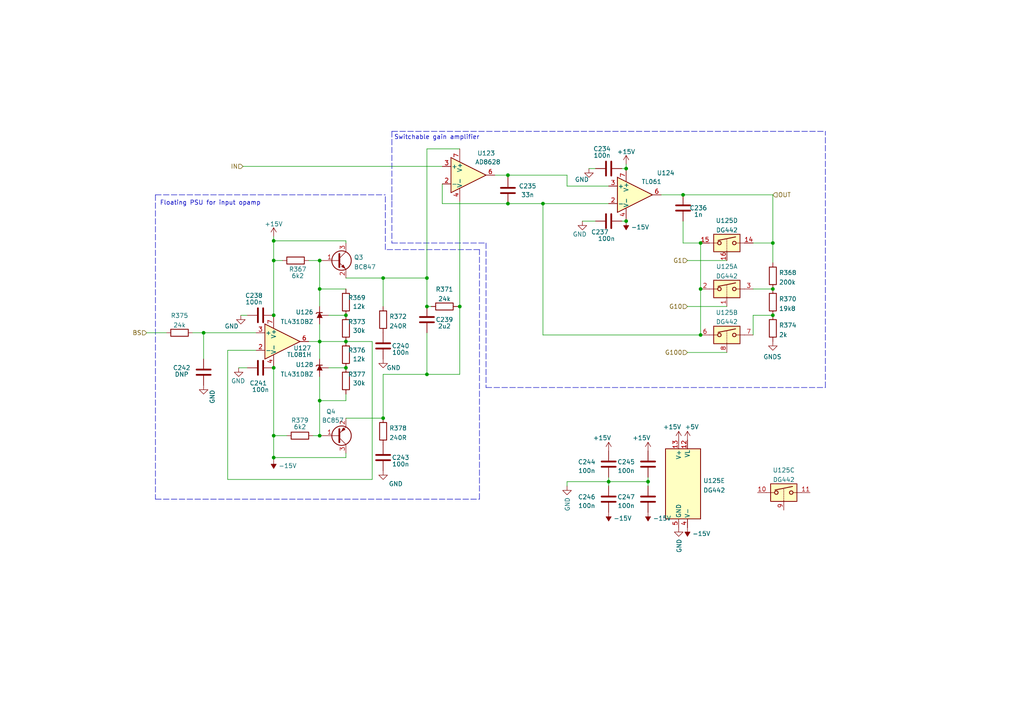
<source format=kicad_sch>
(kicad_sch (version 20211123) (generator eeschema)
  (paper "A4")
  (lib_symbols
    (symbol "Amplifier_Operational:OPA188xxD" (pin_names (offset 0.127))
      (property "Reference" "U" (at 0 6.35 0))
      (property "Value" "OPA188xxD" (at 0 3.81 0))
      (symbol "OPA188xxD_0_1"
        (polyline (pts (xy -5.08 5.08) (xy 5.08 0) (xy -5.08 -5.08) (xy -5.08 5.08)) (stroke (width 0.254)) (fill (type background)))
      )
      (symbol "OPA188xxD_1_1"
        (pin no_connect line (at -2.54 2.54 270) (length 2.54) hide (name "NC") (number "1"))
        (pin input line (at -7.62 -2.54 0) (length 2.54) (name "-") (number "2"))
        (pin input line (at -7.62 2.54 0) (length 2.54) (name "+") (number "3"))
        (pin power_in line (at -2.54 -7.62 90) (length 3.81) (name "V-") (number "4"))
        (pin no_connect line (at 0 2.54 270) (length 2.54) hide (name "NC") (number "5"))
        (pin output line (at 7.62 0 180) (length 2.54) (name "~") (number "6"))
        (pin power_in line (at -2.54 7.62 270) (length 3.81) (name "V+") (number "7"))
        (pin no_connect line (at 0 -2.54 90) (length 2.54) hide (name "NC") (number "8"))
      )
    )
    (symbol "Analog_Switch:DG412xJ" (pin_names (offset 0.254))
      (property "Reference" "U" (at -3.175 5.334 0))
      (property "Value" "DG412xJ" (at -3.175 3.556 0))
      (symbol "DG412xJ_1_1"
        (rectangle (start -3.81 2.54) (end 3.81 -2.54) (stroke (width 0.254)) (fill (type background)))
        (circle (center -2.159 0) (radius 0.508) (stroke (width 0.254)))
        (polyline (pts (xy -5.08 0) (xy -2.794 0)))
        (polyline (pts (xy -2.54 0.762) (xy 2.54 1.778)) (stroke (width 0.254)))
        (polyline (pts (xy 0 -2.54) (xy 0 -2.032)))
        (polyline (pts (xy 0 -1.778) (xy 0 -1.524)))
        (polyline (pts (xy 0 -1.27) (xy 0 -1.016)))
        (polyline (pts (xy 0 -0.762) (xy 0 -0.508)))
        (polyline (pts (xy 0 -0.254) (xy 0 0)))
        (polyline (pts (xy 0 0.254) (xy 0 0.508)))
        (polyline (pts (xy 0 0.762) (xy 0 1.016)))
        (polyline (pts (xy 5.08 0) (xy 2.794 0)))
        (circle (center 2.159 0) (radius 0.508) (stroke (width 0.254)))
        (pin input line (at 0 -5.08 90) (length 2.54) (name "~") (number "1"))
        (pin passive line (at -7.62 0 0) (length 2.54) (name "~") (number "2"))
        (pin passive line (at 7.62 0 180) (length 2.54) (name "~") (number "3"))
      )
      (symbol "DG412xJ_2_1"
        (rectangle (start -3.81 2.54) (end 3.81 -2.54) (stroke (width 0.254)) (fill (type background)))
        (circle (center -2.159 0) (radius 0.508) (stroke (width 0.254)))
        (polyline (pts (xy -5.08 0) (xy -2.794 0)))
        (polyline (pts (xy -2.54 0.762) (xy 2.54 1.778)) (stroke (width 0.254)))
        (polyline (pts (xy 0 -2.54) (xy 0 -2.032)))
        (polyline (pts (xy 0 -1.778) (xy 0 -1.524)))
        (polyline (pts (xy 0 -1.27) (xy 0 -1.016)))
        (polyline (pts (xy 0 -0.762) (xy 0 -0.508)))
        (polyline (pts (xy 0 -0.254) (xy 0 0)))
        (polyline (pts (xy 0 0.254) (xy 0 0.508)))
        (polyline (pts (xy 0 0.762) (xy 0 1.016)))
        (polyline (pts (xy 5.08 0) (xy 2.794 0)))
        (circle (center 2.159 0) (radius 0.508) (stroke (width 0.254)))
        (pin passive line (at -7.62 0 0) (length 2.54) (name "~") (number "6"))
        (pin passive line (at 7.62 0 180) (length 2.54) (name "~") (number "7"))
        (pin input line (at 0 -5.08 90) (length 2.54) (name "~") (number "8"))
      )
      (symbol "DG412xJ_3_1"
        (rectangle (start -3.81 2.54) (end 3.81 -2.54) (stroke (width 0.254)) (fill (type background)))
        (circle (center -2.159 0) (radius 0.508) (stroke (width 0.254)))
        (polyline (pts (xy -5.08 0) (xy -2.794 0)))
        (polyline (pts (xy -2.54 0.762) (xy 2.54 1.778)) (stroke (width 0.254)))
        (polyline (pts (xy 0 -2.54) (xy 0 -2.032)))
        (polyline (pts (xy 0 -1.778) (xy 0 -1.524)))
        (polyline (pts (xy 0 -1.27) (xy 0 -1.016)))
        (polyline (pts (xy 0 -0.762) (xy 0 -0.508)))
        (polyline (pts (xy 0 -0.254) (xy 0 0)))
        (polyline (pts (xy 0 0.254) (xy 0 0.508)))
        (polyline (pts (xy 0 0.762) (xy 0 1.016)))
        (polyline (pts (xy 5.08 0) (xy 2.794 0)))
        (circle (center 2.159 0) (radius 0.508) (stroke (width 0.254)))
        (pin passive line (at -7.62 0 0) (length 2.54) (name "~") (number "10"))
        (pin passive line (at 7.62 0 180) (length 2.54) (name "~") (number "11"))
        (pin input line (at 0 -5.08 90) (length 2.54) (name "~") (number "9"))
      )
      (symbol "DG412xJ_4_1"
        (rectangle (start -3.81 2.54) (end 3.81 -2.54) (stroke (width 0.254)) (fill (type background)))
        (circle (center -2.159 0) (radius 0.508) (stroke (width 0.254)))
        (polyline (pts (xy -5.08 0) (xy -2.794 0)))
        (polyline (pts (xy -2.54 0.762) (xy 2.54 1.778)) (stroke (width 0.254)))
        (polyline (pts (xy 0 -2.54) (xy 0 -2.032)))
        (polyline (pts (xy 0 -1.778) (xy 0 -1.524)))
        (polyline (pts (xy 0 -1.27) (xy 0 -1.016)))
        (polyline (pts (xy 0 -0.762) (xy 0 -0.508)))
        (polyline (pts (xy 0 -0.254) (xy 0 0)))
        (polyline (pts (xy 0 0.254) (xy 0 0.508)))
        (polyline (pts (xy 0 0.762) (xy 0 1.016)))
        (polyline (pts (xy 5.08 0) (xy 2.794 0)))
        (circle (center 2.159 0) (radius 0.508) (stroke (width 0.254)))
        (pin passive line (at 7.62 0 180) (length 2.54) (name "~") (number "14"))
        (pin passive line (at -7.62 0 0) (length 2.54) (name "~") (number "15"))
        (pin input line (at 0 -5.08 90) (length 2.54) (name "~") (number "16"))
      )
      (symbol "DG412xJ_5_0"
        (pin power_in line (at 2.54 12.7 270) (length 2.54) (name "VL") (number "12"))
        (pin power_in line (at 0 12.7 270) (length 2.54) (name "V+") (number "13"))
        (pin power_in line (at 2.54 -12.7 90) (length 2.54) (name "V-") (number "4"))
        (pin power_in line (at 0 -12.7 90) (length 2.54) (name "GND") (number "5"))
      )
      (symbol "DG412xJ_5_1"
        (rectangle (start -3.81 10.16) (end 6.35 -10.16) (stroke (width 0.254)) (fill (type background)))
      )
    )
    (symbol "Device:C" (pin_numbers hide) (pin_names (offset 0.254))
      (property "Reference" "C" (at 0.635 2.54 0))
      (property "Value" "C" (at 0.635 -2.54 0))
      (symbol "C_0_1"
        (polyline (pts (xy -2.032 -0.762) (xy 2.032 -0.762)) (stroke (width 0.508)))
        (polyline (pts (xy -2.032 0.762) (xy 2.032 0.762)) (stroke (width 0.508)))
      )
      (symbol "C_1_1"
        (pin passive line (at 0 3.81 270) (length 2.794) (name "~") (number "1"))
        (pin passive line (at 0 -3.81 90) (length 2.794) (name "~") (number "2"))
      )
    )
    (symbol "Device:R" (pin_numbers hide) (pin_names (offset 0))
      (property "Reference" "R" (at 2.032 0 90))
      (property "Value" "R" (at 0 0 90))
      (symbol "R_0_1"
        (rectangle (start -1.016 -2.54) (end 1.016 2.54) (stroke (width 0.254)))
      )
      (symbol "R_1_1"
        (pin passive line (at 0 3.81 270) (length 1.27) (name "~") (number "1"))
        (pin passive line (at 0 -3.81 90) (length 1.27) (name "~") (number "2"))
      )
    )
    (symbol "Reference_Voltage:TL431DBZ" (pin_numbers hide) (pin_names hide)
      (property "Reference" "U" (at -2.54 2.54 0))
      (property "Value" "TL431DBZ" (at 0 -2.54 0))
      (symbol "TL431DBZ_0_1"
        (polyline (pts (xy -1.27 0) (xy 0 0) (xy 1.27 0)))
        (polyline (pts (xy -0.762 0.762) (xy 0.762 0) (xy -0.762 -0.762)) (fill (type outline)))
        (polyline (pts (xy 0.508 -1.016) (xy 0.762 -0.762) (xy 0.762 0.762) (xy 0.762 0.762)) (stroke (width 0.254)))
      )
      (symbol "TL431DBZ_1_1"
        (pin passive line (at 2.54 0 180) (length 2.54) (name "K") (number "1"))
        (pin passive line (at 0 2.54 270) (length 2.54) (name "REF") (number "2"))
        (pin passive line (at -2.54 0 0) (length 2.54) (name "A") (number "3"))
      )
    )
    (symbol "Transistor_BJT:BC847" (pin_names (offset 0) hide)
      (property "Reference" "Q" (at 5.08 1.905 0))
      (property "Value" "BC847" (at 5.08 0 0))
      (symbol "BC847_0_1"
        (polyline (pts (xy 0.635 0.635) (xy 2.54 2.54)))
        (polyline (pts (xy 0.635 -0.635) (xy 2.54 -2.54) (xy 2.54 -2.54)))
        (polyline (pts (xy 0.635 1.905) (xy 0.635 -1.905) (xy 0.635 -1.905)) (stroke (width 0.508)))
        (polyline (pts (xy 1.27 -1.778) (xy 1.778 -1.27) (xy 2.286 -2.286) (xy 1.27 -1.778) (xy 1.27 -1.778)) (fill (type outline)))
        (circle (center 1.27 0) (radius 2.8194) (stroke (width 0.254)))
      )
      (symbol "BC847_1_1"
        (pin input line (at -5.08 0 0) (length 5.715) (name "B") (number "1"))
        (pin passive line (at 2.54 -5.08 90) (length 2.54) (name "E") (number "2"))
        (pin passive line (at 2.54 5.08 270) (length 2.54) (name "C") (number "3"))
      )
    )
    (symbol "Transistor_BJT:BC857" (pin_names (offset 0) hide)
      (property "Reference" "Q" (at 5.08 1.905 0))
      (property "Value" "BC857" (at 5.08 0 0))
      (symbol "BC857_0_1"
        (polyline (pts (xy 0.635 0.635) (xy 2.54 2.54)))
        (polyline (pts (xy 0.635 -0.635) (xy 2.54 -2.54) (xy 2.54 -2.54)))
        (polyline (pts (xy 0.635 1.905) (xy 0.635 -1.905) (xy 0.635 -1.905)) (stroke (width 0.508)))
        (polyline (pts (xy 2.286 -1.778) (xy 1.778 -2.286) (xy 1.27 -1.27) (xy 2.286 -1.778) (xy 2.286 -1.778)) (fill (type outline)))
        (circle (center 1.27 0) (radius 2.8194) (stroke (width 0.254)))
      )
      (symbol "BC857_1_1"
        (pin input line (at -5.08 0 0) (length 5.715) (name "B") (number "1"))
        (pin passive line (at 2.54 -5.08 90) (length 2.54) (name "E") (number "2"))
        (pin passive line (at 2.54 5.08 270) (length 2.54) (name "C") (number "3"))
      )
    )
    (symbol "power:+15V" (power) (pin_names (offset 0))
      (property "Value" "+15V" (at 0 3.556 0))
      (symbol "+15V_0_1"
        (polyline (pts (xy -0.762 1.27) (xy 0 2.54)))
        (polyline (pts (xy 0 0) (xy 0 2.54)))
        (polyline (pts (xy 0 2.54) (xy 0.762 1.27)))
      )
      (symbol "+15V_1_1"
        (pin power_in line (at 0 0 90) (length 0) hide (name "+15V") (number "1"))
      )
    )
    (symbol "power:+5V" (power) (pin_names (offset 0))
      (property "Value" "+5V" (at 0 3.556 0))
      (symbol "+5V_0_1"
        (polyline (pts (xy -0.762 1.27) (xy 0 2.54)))
        (polyline (pts (xy 0 0) (xy 0 2.54)))
        (polyline (pts (xy 0 2.54) (xy 0.762 1.27)))
      )
      (symbol "+5V_1_1"
        (pin power_in line (at 0 0 90) (length 0) hide (name "+5V") (number "1"))
      )
    )
    (symbol "power:-15V" (power) (pin_names (offset 0))
      (property "Value" "-15V" (at 0 3.81 0))
      (symbol "-15V_0_0"
        (pin power_in line (at 0 0 90) (length 0) hide (name "-15V") (number "1"))
      )
      (symbol "-15V_0_1"
        (polyline (pts (xy 0 0) (xy 0 1.27) (xy 0.762 1.27) (xy 0 2.54) (xy -0.762 1.27) (xy 0 1.27)) (fill (type outline)))
      )
    )
    (symbol "power:GND" (power) (pin_names (offset 0))
      (property "Value" "GND" (at 0 -3.81 0))
      (symbol "GND_0_1"
        (polyline (pts (xy 0 0) (xy 0 -1.27) (xy 1.27 -1.27) (xy 0 -2.54) (xy -1.27 -1.27) (xy 0 -1.27)))
      )
      (symbol "GND_1_1"
        (pin power_in line (at 0 0 270) (length 0) hide (name "GND") (number "1"))
      )
    )
    (symbol "power:GNDS" (power) (pin_names (offset 0))
      (property "Value" "GNDS" (at 0 -3.81 0))
      (symbol "GNDS_0_1"
        (polyline (pts (xy 0 0) (xy 0 -1.27) (xy 1.27 -1.27) (xy 0 -2.54) (xy -1.27 -1.27) (xy 0 -1.27)))
      )
      (symbol "GNDS_1_1"
        (pin power_in line (at 0 0 270) (length 0) hide (name "GNDS") (number "1"))
      )
    )
  )
  (junction (at 203.2 83.82))
  (junction (at 92.71 99.06))
  (junction (at 133.35 88.9))
  (junction (at 224.155 91.44))
  (junction (at 59.055 96.52))
  (junction (at 147.32 50.8))
  (junction (at 181.61 48.895))
  (junction (at 203.2 70.485))
  (junction (at 181.61 64.135))
  (junction (at 111.125 80.645))
  (junction (at 198.12 56.515))
  (junction (at 123.825 80.645))
  (junction (at 187.96 139.7))
  (junction (at 111.125 121.285))
  (junction (at 79.375 69.85))
  (junction (at 224.155 83.82))
  (junction (at 92.71 83.82))
  (junction (at 92.71 116.205))
  (junction (at 100.33 99.06))
  (junction (at 79.375 75.565))
  (junction (at 147.32 59.055))
  (junction (at 92.71 75.565))
  (junction (at 157.48 59.055))
  (junction (at 176.53 139.7))
  (junction (at 79.375 106.68))
  (junction (at 79.375 132.715))
  (junction (at 100.33 106.68))
  (junction (at 79.375 91.44))
  (junction (at 79.375 126.365))
  (junction (at 224.155 70.485))
  (junction (at 203.2 97.155))
  (junction (at 123.825 88.9))
  (junction (at 100.33 91.44))
  (junction (at 92.71 126.365))
  (junction (at 123.825 108.585))
  (wire (pts (xy 187.96 139.7) (xy 187.96 140.97)))
  (wire (pts (xy 79.375 126.365) (xy 83.185 126.365)))
  (wire (pts (xy 89.535 99.06) (xy 92.71 99.06)))
  (wire (pts (xy 79.375 69.85) (xy 79.375 75.565)))
  (wire (pts (xy 147.32 50.8) (xy 147.32 51.435)))
  (wire (pts (xy 79.375 75.565) (xy 81.915 75.565)))
  (wire (pts (xy 170.815 48.895) (xy 172.72 48.895)))
  (polyline (pts (xy 45.085 56.515) (xy 111.76 56.515)))
  (wire (pts (xy 92.71 99.06) (xy 92.71 104.14)))
  (polyline (pts (xy 113.665 70.485) (xy 140.97 70.485)))
  (wire (pts (xy 111.125 121.285) (xy 111.125 108.585)))
  (wire (pts (xy 92.71 75.565) (xy 92.71 83.82)))
  (wire (pts (xy 79.375 91.44) (xy 79.375 75.565)))
  (wire (pts (xy 203.2 70.485) (xy 203.2 83.82)))
  (polyline (pts (xy 113.665 38.1) (xy 239.395 38.1)))
  (wire (pts (xy 69.85 91.44) (xy 71.755 91.44)))
  (wire (pts (xy 191.77 56.515) (xy 198.12 56.515)))
  (wire (pts (xy 100.33 80.645) (xy 111.125 80.645)))
  (wire (pts (xy 55.88 96.52) (xy 59.055 96.52)))
  (wire (pts (xy 100.33 132.715) (xy 100.33 131.445)))
  (wire (pts (xy 224.155 70.485) (xy 224.155 76.2)))
  (wire (pts (xy 198.12 64.135) (xy 198.12 70.485)))
  (wire (pts (xy 198.12 56.515) (xy 224.155 56.515)))
  (wire (pts (xy 100.33 114.3) (xy 100.33 116.205)))
  (wire (pts (xy 199.39 75.565) (xy 210.82 75.565)))
  (wire (pts (xy 199.39 102.235) (xy 210.82 102.235)))
  (wire (pts (xy 100.33 116.205) (xy 92.71 116.205)))
  (wire (pts (xy 90.805 126.365) (xy 92.71 126.365)))
  (wire (pts (xy 42.545 96.52) (xy 48.26 96.52)))
  (wire (pts (xy 218.44 70.485) (xy 224.155 70.485)))
  (polyline (pts (xy 139.065 144.78) (xy 139.065 72.39)))
  (wire (pts (xy 176.53 138.43) (xy 176.53 139.7)))
  (wire (pts (xy 157.48 59.055) (xy 176.53 59.055)))
  (polyline (pts (xy 45.085 56.515) (xy 45.085 144.78)))
  (wire (pts (xy 133.35 43.18) (xy 123.825 43.18)))
  (wire (pts (xy 89.535 75.565) (xy 92.71 75.565)))
  (wire (pts (xy 128.27 59.055) (xy 147.32 59.055)))
  (wire (pts (xy 176.53 139.7) (xy 164.465 139.7)))
  (wire (pts (xy 203.2 83.82) (xy 203.2 97.155)))
  (wire (pts (xy 123.825 108.585) (xy 133.35 108.585)))
  (wire (pts (xy 111.125 108.585) (xy 123.825 108.585)))
  (polyline (pts (xy 113.665 38.1) (xy 113.665 58.42)))
  (wire (pts (xy 224.155 56.515) (xy 224.155 70.485)))
  (wire (pts (xy 176.53 139.7) (xy 187.96 139.7)))
  (polyline (pts (xy 45.085 144.78) (xy 139.065 144.78)))
  (wire (pts (xy 107.95 139.065) (xy 107.95 99.06)))
  (wire (pts (xy 79.375 106.68) (xy 79.375 126.365)))
  (wire (pts (xy 133.35 88.9) (xy 133.35 108.585)))
  (wire (pts (xy 79.375 132.715) (xy 100.33 132.715)))
  (wire (pts (xy 95.25 106.68) (xy 100.33 106.68)))
  (wire (pts (xy 66.04 101.6) (xy 66.04 139.065)))
  (polyline (pts (xy 140.97 112.395) (xy 239.395 112.395)))
  (wire (pts (xy 111.125 80.645) (xy 111.125 88.9)))
  (wire (pts (xy 79.375 126.365) (xy 79.375 132.715)))
  (polyline (pts (xy 140.97 70.485) (xy 140.97 112.395)))
  (wire (pts (xy 92.71 116.205) (xy 92.71 126.365)))
  (wire (pts (xy 100.33 99.06) (xy 92.71 99.06)))
  (wire (pts (xy 181.61 48.895) (xy 180.34 48.895)))
  (wire (pts (xy 92.71 83.82) (xy 100.33 83.82)))
  (polyline (pts (xy 113.665 58.42) (xy 113.665 70.485)))
  (wire (pts (xy 123.825 96.52) (xy 123.825 108.585)))
  (wire (pts (xy 176.53 139.7) (xy 176.53 140.97)))
  (wire (pts (xy 74.295 101.6) (xy 66.04 101.6)))
  (wire (pts (xy 92.71 83.82) (xy 92.71 88.9)))
  (wire (pts (xy 100.33 69.85) (xy 100.33 70.485)))
  (wire (pts (xy 92.71 109.22) (xy 92.71 116.205)))
  (wire (pts (xy 147.32 59.055) (xy 157.48 59.055)))
  (wire (pts (xy 123.825 88.9) (xy 125.095 88.9)))
  (wire (pts (xy 187.96 138.43) (xy 187.96 139.7)))
  (wire (pts (xy 164.465 139.7) (xy 164.465 140.97)))
  (wire (pts (xy 79.375 132.715) (xy 79.375 133.35)))
  (wire (pts (xy 198.12 70.485) (xy 203.2 70.485)))
  (polyline (pts (xy 113.665 58.42) (xy 113.665 58.42)))
  (wire (pts (xy 218.44 91.44) (xy 224.155 91.44)))
  (wire (pts (xy 128.27 53.34) (xy 128.27 59.055)))
  (wire (pts (xy 123.825 43.18) (xy 123.825 80.645)))
  (polyline (pts (xy 239.395 112.395) (xy 239.395 38.1)))
  (wire (pts (xy 66.04 139.065) (xy 107.95 139.065)))
  (polyline (pts (xy 139.065 72.39) (xy 111.76 72.39)))
  (wire (pts (xy 157.48 97.155) (xy 203.2 97.155)))
  (wire (pts (xy 199.39 88.9) (xy 210.82 88.9)))
  (wire (pts (xy 218.44 83.82) (xy 224.155 83.82)))
  (wire (pts (xy 95.25 91.44) (xy 100.33 91.44)))
  (wire (pts (xy 69.215 106.68) (xy 71.755 106.68)))
  (wire (pts (xy 123.825 80.645) (xy 111.125 80.645)))
  (wire (pts (xy 59.055 96.52) (xy 59.055 104.14)))
  (wire (pts (xy 164.465 53.975) (xy 176.53 53.975)))
  (wire (pts (xy 132.715 88.9) (xy 133.35 88.9)))
  (wire (pts (xy 157.48 59.055) (xy 157.48 97.155)))
  (wire (pts (xy 147.32 50.8) (xy 164.465 50.8)))
  (wire (pts (xy 79.375 69.85) (xy 100.33 69.85)))
  (wire (pts (xy 123.825 80.645) (xy 123.825 88.9)))
  (wire (pts (xy 59.055 96.52) (xy 74.295 96.52)))
  (wire (pts (xy 133.35 58.42) (xy 133.35 88.9)))
  (wire (pts (xy 70.485 48.26) (xy 128.27 48.26)))
  (wire (pts (xy 218.44 91.44) (xy 218.44 97.155)))
  (wire (pts (xy 100.33 121.285) (xy 111.125 121.285)))
  (wire (pts (xy 181.61 64.135) (xy 180.34 64.135)))
  (wire (pts (xy 168.91 64.135) (xy 172.72 64.135)))
  (wire (pts (xy 181.61 48.895) (xy 181.61 47.625)))
  (wire (pts (xy 164.465 50.8) (xy 164.465 53.975)))
  (wire (pts (xy 107.95 99.06) (xy 100.33 99.06)))
  (wire (pts (xy 79.375 68.58) (xy 79.375 69.85)))
  (wire (pts (xy 143.51 50.8) (xy 147.32 50.8)))
  (wire (pts (xy 92.71 99.06) (xy 92.71 93.98)))
  (polyline (pts (xy 111.76 72.39) (xy 111.76 56.515)))
  (text "Floating PSU for input opamp" (at 46.355 59.69 0) (effects (font (size 1.27 1.27)) (justify left bottom)))
  (text "Switchable gain amplifier" (at 114.3 40.64 0) (effects (font (size 1.27 1.27)) (justify left bottom)))
  (hierarchical_label "G10" (shape input) (at 199.39 88.9 180))
  (hierarchical_label "OUT" (shape input) (at 224.155 56.515 0))
  (hierarchical_label "BS" (shape input) (at 42.545 96.52 180))
  (hierarchical_label "G1" (shape input) (at 199.39 75.565 180))
  (hierarchical_label "G100" (shape input) (at 199.39 102.235 180))
  (hierarchical_label "IN" (shape input) (at 70.485 48.26 180))
  (symbol (lib_id "Device:R") (at 224.155 87.63 0) (unit 1)
    (property "Reference" "R370" (at 225.933 86.7215 0) (effects (justify left)))
    (property "Value" "19k8" (at 225.933 89.4966 0) (effects (justify left)))
    (property "Footprint" "Resistor_SMD:R_MiniMELF_MMA-0204" (effects hide))
    (property "PN" "MMA02040E2002BB100" (effects hide))
    (property "supplier" "MOUSER" (effects hide))
  )
  (symbol (lib_id "Device:R") (at 100.33 110.49 180) (unit 1)
    (property "Reference" "R377" (at 103.505 108.585 0))
    (property "Value" "30k" (at 104.14 111.125 0))
    (property "Footprint" "Resistor_SMD:R_0805_2012Metric" (effects hide))
    (property "PN" "CRCW080530K0" (effects hide))
    (property "supplier" "TME" (effects hide))
  )
  (symbol (lib_id "Transistor_BJT:BC857") (at 97.79 126.365 0) (mirror x) (unit 1)
    (property "Reference" "Q4" (at 94.615 119.38 0) (effects (justify left)))
    (property "Value" "BC857" (at 93.345 121.92 0) (effects (justify left)))
    (property "Footprint" "Package_TO_SOT_SMD:SOT-23" (effects hide))
    (property "Datasheet" "https://www.onsemi.com/pub/Collateral/BC860-D.pdf" (effects hide))
    (property "PN" "BC857.215" (effects hide))
    (property "supplier" "TME" (effects hide))
  )
  (symbol (lib_id "Device:R") (at 100.33 95.25 180) (unit 1)
    (property "Reference" "R373" (at 103.505 93.345 0))
    (property "Value" "30k" (at 104.14 95.885 0))
    (property "Footprint" "Resistor_SMD:R_0805_2012Metric" (effects hide))
    (property "PN" "CRCW080530K0" (effects hide))
    (property "supplier" "TME" (effects hide))
  )
  (symbol (lib_id "Device:C") (at 75.565 91.44 270) (unit 1)
    (property "Reference" "C238" (at 73.66 85.725 90))
    (property "Value" "100n" (at 73.66 87.63 90))
    (property "Footprint" "Capacitor_SMD:C_0805_2012Metric_Pad1.18x1.45mm_HandSolder" (effects hide))
    (property "PN" "CL21B104KBCNNNC" (effects hide))
    (property "supplier" "TME" (effects hide))
  )
  (symbol (lib_id "power:GND") (at 111.125 104.14 0) (unit 1)
    (property "Reference" "#PWR0579" (effects hide))
    (property "Value" "GND" (at 116.205 106.68 0) (effects (justify right)))
  )
  (symbol (lib_id "power:+15V") (at 196.85 127.635 0) (unit 1)
    (property "Reference" "#PWR0582" (effects hide))
    (property "Value" "+15V" (at 194.945 123.825 0))
  )
  (symbol (lib_id "power:GND") (at 59.055 111.76 0) (unit 1)
    (property "Reference" "#PWR0581" (effects hide))
    (property "Value" "GND" (at 61.595 113.03 90) (effects (justify right)))
  )
  (symbol (lib_id "power:+15V") (at 187.96 130.81 0) (unit 1)
    (property "Reference" "#PWR0586" (effects hide))
    (property "Value" "+15V" (at 186.055 127 0))
  )
  (symbol (lib_id "power:GNDS") (at 224.155 99.06 0) (unit 1)
    (property "Reference" "#PWR0578" (effects hide))
    (property "Value" "GNDS" (at 226.695 103.505 0) (effects (justify right)))
  )
  (symbol (lib_id "Device:R") (at 86.995 126.365 90) (unit 1)
    (property "Reference" "R379" (at 86.995 121.92 90))
    (property "Value" "6k2" (at 86.995 123.825 90))
    (property "Footprint" "Resistor_SMD:R_0805_2012Metric" (effects hide))
    (property "PN" "CRCW08056K20" (effects hide))
    (property "supplier" "TME" (effects hide))
  )
  (symbol (lib_id "Amplifier_Operational:OPA188xxD") (at 135.89 50.8 0) (unit 1)
    (property "Reference" "U123" (at 138.43 44.45 0) (effects (justify left)))
    (property "Value" "AD8628" (at 137.795 46.99 0) (effects (justify left)))
    (property "Footprint" "Package_SO:SOIC-8_3.9x4.9mm_P1.27mm" (effects hide))
    (property "Datasheet" "http://www.ti.com/lit/ds/symlink/opa188.pdf" (effects hide))
    (property "PN" "AD8628ARZ" (effects hide))
    (property "supplier" "MOUSER" (effects hide))
  )
  (symbol (lib_id "Reference_Voltage:TL431DBZ") (at 92.71 106.68 270) (mirror x) (unit 1)
    (property "Reference" "U128" (at 90.932 105.7715 90) (effects (justify right)))
    (property "Value" "TL431DBZ" (at 90.932 108.5466 90) (effects (justify right)))
    (property "Footprint" "Package_TO_SOT_SMD:SOT-23" (effects hide))
    (property "Datasheet" "http://www.ti.com/lit/ds/symlink/tl431.pdf" (effects hide))
    (property "PN" "TL431ACDBZR" (effects hide))
    (property "supplier" "TME" (effects hide))
  )
  (symbol (lib_id "Device:C") (at 111.125 100.33 0) (unit 1)
    (property "Reference" "C240" (at 116.205 100.33 0))
    (property "Value" "100n" (at 116.205 102.235 0))
    (property "Footprint" "Capacitor_SMD:C_0805_2012Metric_Pad1.18x1.45mm_HandSolder" (effects hide))
    (property "PN" "CL21B104KBCNNNC" (effects hide))
    (property "supplier" "TME" (effects hide))
  )
  (symbol (lib_id "Analog_Switch:DG412xJ") (at 210.82 97.155 0) (unit 2)
    (property "Reference" "U125" (at 210.82 90.6485 0))
    (property "Value" "DG442" (at 210.82 93.345 0))
    (property "Footprint" "Package_SO:SOIC-16_3.9x9.9mm_P1.27mm" (effects hide))
    (property "Datasheet" "https://datasheets.maximintegrated.com/en/ds/DG411-DG413.pdf" (effects hide))
    (property "PN" "DG442DYZ" (effects hide))
    (property "supplier" "MOUSER" (effects hide))
  )
  (symbol (lib_id "Amplifier_Operational:OPA188xxD") (at 184.15 56.515 0) (unit 1)
    (property "Reference" "U124" (at 190.5 50.165 0) (effects (justify left)))
    (property "Value" "TL061" (at 186.055 52.705 0) (effects (justify left)))
    (property "Footprint" "Package_SO:SOIC-8_3.9x4.9mm_P1.27mm" (effects hide))
    (property "Datasheet" "http://www.ti.com/lit/ds/symlink/opa188.pdf" (effects hide))
    (property "PN" "TL061ID" (effects hide))
    (property "supplier" "TME" (effects hide))
  )
  (symbol (lib_id "power:GND") (at 69.85 91.44 0) (unit 1)
    (property "Reference" "#PWR0577" (effects hide))
    (property "Value" "GND" (at 69.215 94.615 0) (effects (justify right)))
  )
  (symbol (lib_id "Device:C") (at 75.565 106.68 270) (unit 1)
    (property "Reference" "C241" (at 74.93 111.125 90))
    (property "Value" "100n" (at 75.565 113.03 90))
    (property "Footprint" "Capacitor_SMD:C_0805_2012Metric_Pad1.18x1.45mm_HandSolder" (effects hide))
    (property "PN" "CL21B104KBCNNNC" (effects hide))
    (property "supplier" "TME" (effects hide))
  )
  (symbol (lib_id "Device:C") (at 147.32 55.245 0) (unit 1)
    (property "Reference" "C235" (at 153.035 53.975 0))
    (property "Value" "33n" (at 153.035 56.515 0))
    (property "Footprint" "Capacitor_SMD:C_0805_2012Metric_Pad1.18x1.45mm_HandSolder" (effects hide))
    (property "PN" "VJ0805Y333KXACW1BC" (effects hide))
    (property "supplier" "TME" (effects hide))
  )
  (symbol (lib_id "power:+15V") (at 181.61 47.625 0) (unit 1)
    (property "Reference" "#PWR0572" (effects hide))
    (property "Value" "+15V" (at 181.61 44.0205 0))
  )
  (symbol (lib_id "Device:C") (at 111.125 132.715 0) (unit 1)
    (property "Reference" "C243" (at 116.205 132.715 0))
    (property "Value" "100n" (at 116.205 134.62 0))
    (property "Footprint" "Capacitor_SMD:C_0805_2012Metric_Pad1.18x1.45mm_HandSolder" (effects hide))
    (property "PN" "CL21B104KBCNNNC" (effects hide))
    (property "supplier" "TME" (effects hide))
  )
  (symbol (lib_id "power:GND") (at 111.125 136.525 0) (unit 1)
    (property "Reference" "#PWR0587" (effects hide))
    (property "Value" "GND" (at 116.84 140.335 0) (effects (justify right)))
  )
  (symbol (lib_id "Reference_Voltage:TL431DBZ") (at 92.71 91.44 270) (mirror x) (unit 1)
    (property "Reference" "U126" (at 90.932 90.5315 90) (effects (justify right)))
    (property "Value" "TL431DBZ" (at 90.932 93.3066 90) (effects (justify right)))
    (property "Footprint" "Package_TO_SOT_SMD:SOT-23" (effects hide))
    (property "Datasheet" "http://www.ti.com/lit/ds/symlink/tl431.pdf" (effects hide))
    (property "PN" "TL431ACDBZR" (effects hide))
    (property "supplier" "TME" (effects hide))
  )
  (symbol (lib_id "power:+5V") (at 199.39 127.635 0) (unit 1)
    (property "Reference" "#PWR0583" (effects hide))
    (property "Value" "+5V" (at 200.66 123.825 0))
  )
  (symbol (lib_id "Device:C") (at 123.825 92.71 0) (unit 1)
    (property "Reference" "C239" (at 128.905 92.71 0))
    (property "Value" "2u2" (at 128.905 94.615 0))
    (property "Footprint" "Capacitor_SMD:C_0805_2012Metric_Pad1.18x1.45mm_HandSolder" (effects hide))
    (property "PN" "CL21B225KPFNNNE" (effects hide))
    (property "supplier" "TME" (effects hide))
  )
  (symbol (lib_id "Device:C") (at 187.96 144.78 0) (unit 1)
    (property "Reference" "C247" (at 181.61 144.145 0))
    (property "Value" "100n" (at 181.61 146.685 0))
    (property "Footprint" "Capacitor_SMD:C_0805_2012Metric_Pad1.18x1.45mm_HandSolder" (effects hide))
    (property "PN" "CL21B104KBCNNNC" (effects hide))
    (property "supplier" "TME" (effects hide))
  )
  (symbol (lib_id "Device:R") (at 85.725 75.565 90) (unit 1)
    (property "Reference" "R367" (at 86.36 78.105 90))
    (property "Value" "6k2" (at 86.36 80.01 90))
    (property "Footprint" "Resistor_SMD:R_0805_2012Metric" (effects hide))
    (property "PN" "CRCW08056K20" (effects hide))
    (property "supplier" "TME" (effects hide))
  )
  (symbol (lib_id "Device:C") (at 176.53 64.135 270) (unit 1)
    (property "Reference" "C237" (at 173.99 67.31 90))
    (property "Value" "100n" (at 175.895 69.215 90))
    (property "Footprint" "Capacitor_SMD:C_0805_2012Metric_Pad1.18x1.45mm_HandSolder" (effects hide))
    (property "PN" "CL21B104KBCNNNC" (effects hide))
    (property "supplier" "TME" (effects hide))
  )
  (symbol (lib_id "Device:R") (at 52.07 96.52 90) (unit 1)
    (property "Reference" "R375" (at 52.07 91.5375 90))
    (property "Value" "24k" (at 52.07 94.3126 90))
    (property "Footprint" "Resistor_SMD:R_0805_2012Metric" (effects hide))
    (property "PN" "CRCW080524K0" (effects hide))
    (property "supplier" "TME" (effects hide))
  )
  (symbol (lib_id "Transistor_BJT:BC847") (at 97.79 75.565 0) (unit 1)
    (property "Reference" "Q3" (at 102.6414 74.6565 0) (effects (justify left)))
    (property "Value" "BC847" (at 102.6414 77.4316 0) (effects (justify left)))
    (property "Footprint" "Package_TO_SOT_SMD:SOT-23" (effects hide))
    (property "Datasheet" "http://www.infineon.com/dgdl/Infineon-BC847SERIES_BC848SERIES_BC849SERIES_BC850SERIES-DS-v01_01-en.pdf?fileId=db3a304314dca389011541d4630a1657" (effects hide))
    (property "PN" "BC847.215" (effects hide))
    (property "supplier" "TME" (effects hide))
  )
  (symbol (lib_id "Device:R") (at 111.125 125.095 0) (unit 1)
    (property "Reference" "R378" (at 112.903 124.1865 0) (effects (justify left)))
    (property "Value" "240R" (at 112.903 126.9616 0) (effects (justify left)))
    (property "Footprint" "Resistor_SMD:R_0805_2012Metric" (effects hide))
    (property "PN" "CRCW0805240R" (effects hide))
    (property "supplier" "TME" (effects hide))
  )
  (symbol (lib_id "Device:R") (at 224.155 80.01 0) (unit 1)
    (property "Reference" "R368" (at 225.933 79.1015 0) (effects (justify left)))
    (property "Value" "200k" (at 225.933 81.8766 0) (effects (justify left)))
    (property "Footprint" "Resistor_SMD:R_MiniMELF_MMA-0204" (effects hide))
    (property "PN" "MMA02040E2003BB300 " (effects hide))
    (property "supplier" "MOUSER" (effects hide))
  )
  (symbol (lib_id "Device:R") (at 100.33 102.87 180) (unit 1)
    (property "Reference" "R376" (at 103.505 101.6 0))
    (property "Value" "12k" (at 104.14 104.14 0))
    (property "Footprint" "Resistor_SMD:R_0805_2012Metric" (effects hide))
    (property "PN" "CRCW080512K0" (effects hide))
    (property "supplier" "TME" (effects hide))
  )
  (symbol (lib_id "Analog_Switch:DG412xJ") (at 227.33 142.875 0) (unit 3)
    (property "Reference" "U125" (at 227.33 136.3685 0))
    (property "Value" "DG442" (at 227.33 139.1436 0))
    (property "Footprint" "Package_SO:SOIC-16_3.9x9.9mm_P1.27mm" (effects hide))
    (property "Datasheet" "https://datasheets.maximintegrated.com/en/ds/DG411-DG413.pdf" (effects hide))
    (property "PN" "DG442DYZ" (effects hide))
    (property "supplier" "MOUSER" (effects hide))
  )
  (symbol (lib_id "Device:R") (at 128.905 88.9 90) (unit 1)
    (property "Reference" "R371" (at 128.905 83.9175 90))
    (property "Value" "24k" (at 128.905 86.6926 90))
    (property "Footprint" "Resistor_SMD:R_0805_2012Metric" (effects hide))
    (property "PN" "CRCW080524K0" (effects hide))
    (property "supplier" "TME" (effects hide))
  )
  (symbol (lib_id "Device:C") (at 176.53 144.78 0) (unit 1)
    (property "Reference" "C246" (at 170.18 144.145 0))
    (property "Value" "100n" (at 170.18 146.685 0))
    (property "Footprint" "Capacitor_SMD:C_0805_2012Metric_Pad1.18x1.45mm_HandSolder" (effects hide))
    (property "PN" "CL21B104KBCNNNC" (effects hide))
    (property "supplier" "TME" (effects hide))
  )
  (symbol (lib_id "power:-15V") (at 176.53 148.59 180) (unit 1)
    (property "Reference" "#PWR0589" (effects hide))
    (property "Value" "-15V" (at 177.927 150.339 0) (effects (justify right)))
  )
  (symbol (lib_id "Device:R") (at 100.33 87.63 180) (unit 1)
    (property "Reference" "R369" (at 103.505 86.36 0))
    (property "Value" "12k" (at 104.14 88.9 0))
    (property "Footprint" "Resistor_SMD:R_0805_2012Metric" (effects hide))
    (property "PN" "CRCW080512K0" (effects hide))
    (property "supplier" "TME" (effects hide))
  )
  (symbol (lib_id "Device:C") (at 59.055 107.95 0) (unit 1)
    (property "Reference" "C242" (at 52.705 106.68 0))
    (property "Value" "DNP" (at 52.705 108.585 0))
    (property "Footprint" "Capacitor_THT:C_Rect_L7.0mm_W3.5mm_P5.00mm" (effects hide))
    (property "comment" "DNP" (effects hide))
  )
  (symbol (lib_id "power:-15V") (at 199.39 153.035 180) (unit 1)
    (property "Reference" "#PWR0592" (effects hide))
    (property "Value" "-15V" (at 200.787 154.784 0) (effects (justify right)))
  )
  (symbol (lib_id "Analog_Switch:DG412xJ") (at 210.82 83.82 0) (unit 1)
    (property "Reference" "U125" (at 210.82 77.3135 0))
    (property "Value" "DG442" (at 210.82 80.0886 0))
    (property "Footprint" "Package_SO:SOIC-16_3.9x9.9mm_P1.27mm" (effects hide))
    (property "Datasheet" "https://datasheets.maximintegrated.com/en/ds/DG411-DG413.pdf" (effects hide))
    (property "PN" "DG442DYZ" (effects hide))
    (property "supplier" "MOUSER" (effects hide))
  )
  (symbol (lib_id "Device:C") (at 187.96 134.62 0) (unit 1)
    (property "Reference" "C245" (at 181.61 133.985 0))
    (property "Value" "100n" (at 181.61 136.525 0))
    (property "Footprint" "Capacitor_SMD:C_0805_2012Metric_Pad1.18x1.45mm_HandSolder" (effects hide))
    (property "PN" "CL21B104KBCNNNC" (effects hide))
    (property "supplier" "TME" (effects hide))
  )
  (symbol (lib_id "Device:C") (at 176.53 48.895 270) (unit 1)
    (property "Reference" "C234" (at 174.625 43.18 90))
    (property "Value" "100n" (at 174.625 45.085 90))
    (property "Footprint" "Capacitor_SMD:C_0805_2012Metric_Pad1.18x1.45mm_HandSolder" (effects hide))
    (property "PN" "CL21B104KBCNNNC" (effects hide))
    (property "supplier" "TME" (effects hide))
  )
  (symbol (lib_id "Analog_Switch:DG412xJ") (at 196.85 140.335 0) (unit 5)
    (property "Reference" "U125" (at 203.962 139.4265 0) (effects (justify left)))
    (property "Value" "DG442" (at 203.962 142.2016 0) (effects (justify left)))
    (property "Footprint" "Package_SO:SOIC-16_3.9x9.9mm_P1.27mm" (effects hide))
    (property "Datasheet" "https://datasheets.maximintegrated.com/en/ds/DG411-DG413.pdf" (effects hide))
    (property "PN" "DG442DYZ" (effects hide))
    (property "supplier" "MOUSER" (effects hide))
  )
  (symbol (lib_id "Amplifier_Operational:OPA188xxD") (at 81.915 99.06 0) (unit 1)
    (property "Reference" "U127" (at 85.09 100.965 0) (effects (justify left)))
    (property "Value" "TL081H" (at 83.185 102.87 0) (effects (justify left)))
    (property "Footprint" "Package_SO:SOIC-8_3.9x4.9mm_P1.27mm" (effects hide))
    (property "Datasheet" "http://www.ti.com/lit/ds/symlink/opa188.pdf" (effects hide))
    (property "PN" "TL081HIDR" (effects hide))
    (property "supplier" "MOUSER" (effects hide))
  )
  (symbol (lib_id "power:GND") (at 196.85 153.035 0) (unit 1)
    (property "Reference" "#PWR0591" (effects hide))
    (property "Value" "GND" (at 196.977 156.2862 90) (effects (justify right)))
  )
  (symbol (lib_id "power:GND") (at 164.465 140.97 0) (unit 1)
    (property "Reference" "#PWR0588" (effects hide))
    (property "Value" "GND" (at 164.592 144.2212 90) (effects (justify right)))
  )
  (symbol (lib_id "power:GND") (at 170.815 48.895 0) (unit 1)
    (property "Reference" "#PWR0573" (effects hide))
    (property "Value" "GND" (at 170.815 52.07 0) (effects (justify right)))
  )
  (symbol (lib_id "power:+15V") (at 176.53 130.81 0) (unit 1)
    (property "Reference" "#PWR0585" (effects hide))
    (property "Value" "+15V" (at 174.625 127 0))
  )
  (symbol (lib_id "power:GND") (at 69.215 106.68 0) (unit 1)
    (property "Reference" "#PWR0580" (effects hide))
    (property "Value" "GND" (at 71.12 110.49 0) (effects (justify right)))
  )
  (symbol (lib_id "power:GND") (at 168.91 64.135 0) (unit 1)
    (property "Reference" "#PWR0574" (effects hide))
    (property "Value" "GND" (at 170.18 67.945 0) (effects (justify right)))
  )
  (symbol (lib_id "power:-15V") (at 181.61 64.135 180) (unit 1)
    (property "Reference" "#PWR0575" (effects hide))
    (property "Value" "-15V" (at 183.007 65.884 0) (effects (justify right)))
  )
  (symbol (lib_id "Device:R") (at 111.125 92.71 0) (unit 1)
    (property "Reference" "R372" (at 112.903 91.8015 0) (effects (justify left)))
    (property "Value" "240R" (at 112.903 94.5766 0) (effects (justify left)))
    (property "Footprint" "Resistor_SMD:R_0805_2012Metric" (effects hide))
    (property "PN" "CRCW0805240R" (effects hide))
    (property "supplier" "TME" (effects hide))
  )
  (symbol (lib_id "power:-15V") (at 79.375 133.35 180) (unit 1)
    (property "Reference" "#PWR0584" (effects hide))
    (property "Value" "-15V" (at 80.772 135.099 0) (effects (justify right)))
  )
  (symbol (lib_id "Device:R") (at 224.155 95.25 0) (unit 1)
    (property "Reference" "R374" (at 225.933 94.3415 0) (effects (justify left)))
    (property "Value" "2k" (at 225.933 97.1166 0) (effects (justify left)))
    (property "Footprint" "Resistor_SMD:R_MiniMELF_MMA-0204" (effects hide))
    (property "PN" "MMA02040E2001BB100" (effects hide))
    (property "supplier" "MOUSER" (effects hide))
  )
  (symbol (lib_id "Device:C") (at 198.12 60.325 0) (unit 1)
    (property "Reference" "C236" (at 202.565 60.325 0))
    (property "Value" "1n" (at 202.565 62.23 0))
    (property "Footprint" "Capacitor_SMD:C_0805_2012Metric_Pad1.18x1.45mm_HandSolder" (effects hide))
    (property "PN" "VJ0805A102JXACW1BC" (effects hide))
    (property "supplier" "TME" (effects hide))
  )
  (symbol (lib_id "Device:C") (at 176.53 134.62 0) (unit 1)
    (property "Reference" "C244" (at 170.18 133.985 0))
    (property "Value" "100n" (at 170.18 136.525 0))
    (property "Footprint" "Capacitor_SMD:C_0805_2012Metric_Pad1.18x1.45mm_HandSolder" (effects hide))
    (property "PN" "CL21B104KBCNNNC" (effects hide))
    (property "supplier" "TME" (effects hide))
  )
  (symbol (lib_id "power:-15V") (at 187.96 148.59 180) (unit 1)
    (property "Reference" "#PWR0590" (effects hide))
    (property "Value" "-15V" (at 189.357 150.339 0) (effects (justify right)))
  )
  (symbol (lib_id "Analog_Switch:DG412xJ") (at 210.82 70.485 0) (unit 4)
    (property "Reference" "U125" (at 210.82 63.9785 0))
    (property "Value" "DG442" (at 210.82 66.7536 0))
    (property "Footprint" "Package_SO:SOIC-16_3.9x9.9mm_P1.27mm" (effects hide))
    (property "Datasheet" "https://datasheets.maximintegrated.com/en/ds/DG411-DG413.pdf" (effects hide))
    (property "PN" "DG442DYZ" (effects hide))
    (property "supplier" "MOUSER" (effects hide))
  )
  (symbol (lib_id "power:+15V") (at 79.375 68.58 0) (unit 1)
    (property "Reference" "#PWR0576" (effects hide))
    (property "Value" "+15V" (at 79.375 64.9755 0))
  )
)
</source>
